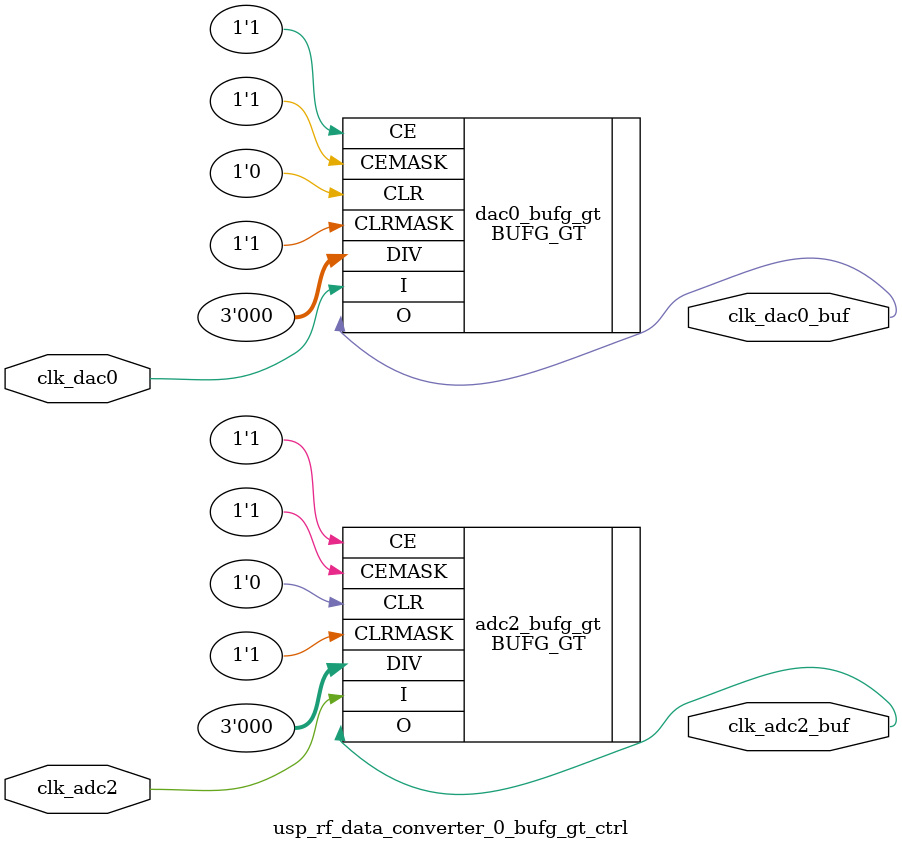
<source format=v>


`timescale 1ns / 1ps

(* DowngradeIPIdentifiedWarnings="yes" *)
module usp_rf_data_converter_0_bufg_gt_ctrl (
  // DAC Fabric Feedback Clock for Tile 0
  input    clk_dac0,
  output   clk_dac0_buf,
      
  // ADC Fabric Feedback Clock for Tile 2
  input    clk_adc2,
  
  output   clk_adc2_buf
    
);

  BUFG_GT dac0_bufg_gt
  (
    .I       (clk_dac0),
    .CE      (1'b1),
    .CEMASK  (1'b1),
    .CLR     (1'b0),
    .CLRMASK (1'b1),
    .DIV     (3'b000),
    .O       (clk_dac0_buf)
  );  

 
  BUFG_GT adc2_bufg_gt
  (
    .I       (clk_adc2),
    .CE      (1'b1),
    .CEMASK  (1'b1),
    .CLR     (1'b0),
    .CLRMASK (1'b1),
    .DIV     (3'b000),
    .O       (clk_adc2_buf)
  );  

endmodule

</source>
